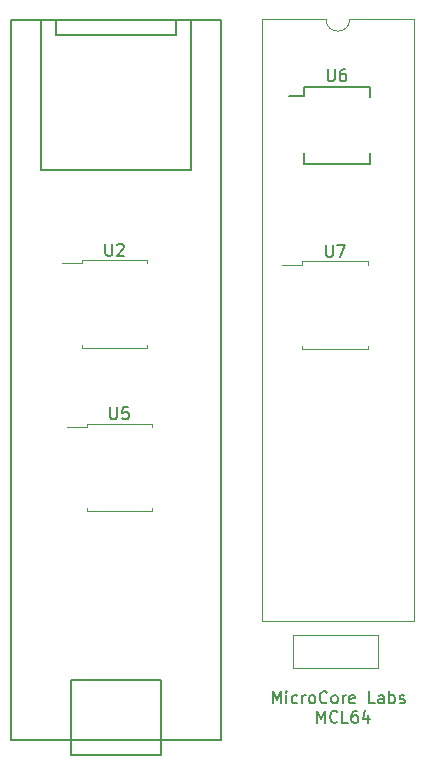
<source format=gbr>
G04 #@! TF.GenerationSoftware,KiCad,Pcbnew,(5.1.8)-1*
G04 #@! TF.CreationDate,2021-03-17T09:54:22-07:00*
G04 #@! TF.ProjectId,MCL64,4d434c36-342e-46b6-9963-61645f706362,rev?*
G04 #@! TF.SameCoordinates,Original*
G04 #@! TF.FileFunction,Legend,Top*
G04 #@! TF.FilePolarity,Positive*
%FSLAX46Y46*%
G04 Gerber Fmt 4.6, Leading zero omitted, Abs format (unit mm)*
G04 Created by KiCad (PCBNEW (5.1.8)-1) date 2021-03-17 09:54:22*
%MOMM*%
%LPD*%
G01*
G04 APERTURE LIST*
%ADD10C,0.150000*%
%ADD11C,0.120000*%
G04 APERTURE END LIST*
D10*
X110756440Y-140803120D02*
X110756440Y-139803120D01*
X111089774Y-140517406D01*
X111423107Y-139803120D01*
X111423107Y-140803120D01*
X111899298Y-140803120D02*
X111899298Y-140136454D01*
X111899298Y-139803120D02*
X111851679Y-139850740D01*
X111899298Y-139898359D01*
X111946917Y-139850740D01*
X111899298Y-139803120D01*
X111899298Y-139898359D01*
X112804060Y-140755501D02*
X112708821Y-140803120D01*
X112518345Y-140803120D01*
X112423107Y-140755501D01*
X112375488Y-140707882D01*
X112327869Y-140612644D01*
X112327869Y-140326930D01*
X112375488Y-140231692D01*
X112423107Y-140184073D01*
X112518345Y-140136454D01*
X112708821Y-140136454D01*
X112804060Y-140184073D01*
X113232631Y-140803120D02*
X113232631Y-140136454D01*
X113232631Y-140326930D02*
X113280250Y-140231692D01*
X113327869Y-140184073D01*
X113423107Y-140136454D01*
X113518345Y-140136454D01*
X113994536Y-140803120D02*
X113899298Y-140755501D01*
X113851679Y-140707882D01*
X113804060Y-140612644D01*
X113804060Y-140326930D01*
X113851679Y-140231692D01*
X113899298Y-140184073D01*
X113994536Y-140136454D01*
X114137393Y-140136454D01*
X114232631Y-140184073D01*
X114280250Y-140231692D01*
X114327869Y-140326930D01*
X114327869Y-140612644D01*
X114280250Y-140707882D01*
X114232631Y-140755501D01*
X114137393Y-140803120D01*
X113994536Y-140803120D01*
X115327869Y-140707882D02*
X115280250Y-140755501D01*
X115137393Y-140803120D01*
X115042155Y-140803120D01*
X114899298Y-140755501D01*
X114804060Y-140660263D01*
X114756440Y-140565025D01*
X114708821Y-140374549D01*
X114708821Y-140231692D01*
X114756440Y-140041216D01*
X114804060Y-139945978D01*
X114899298Y-139850740D01*
X115042155Y-139803120D01*
X115137393Y-139803120D01*
X115280250Y-139850740D01*
X115327869Y-139898359D01*
X115899298Y-140803120D02*
X115804060Y-140755501D01*
X115756440Y-140707882D01*
X115708821Y-140612644D01*
X115708821Y-140326930D01*
X115756440Y-140231692D01*
X115804060Y-140184073D01*
X115899298Y-140136454D01*
X116042155Y-140136454D01*
X116137393Y-140184073D01*
X116185012Y-140231692D01*
X116232631Y-140326930D01*
X116232631Y-140612644D01*
X116185012Y-140707882D01*
X116137393Y-140755501D01*
X116042155Y-140803120D01*
X115899298Y-140803120D01*
X116661202Y-140803120D02*
X116661202Y-140136454D01*
X116661202Y-140326930D02*
X116708821Y-140231692D01*
X116756440Y-140184073D01*
X116851679Y-140136454D01*
X116946917Y-140136454D01*
X117661202Y-140755501D02*
X117565964Y-140803120D01*
X117375488Y-140803120D01*
X117280250Y-140755501D01*
X117232631Y-140660263D01*
X117232631Y-140279311D01*
X117280250Y-140184073D01*
X117375488Y-140136454D01*
X117565964Y-140136454D01*
X117661202Y-140184073D01*
X117708821Y-140279311D01*
X117708821Y-140374549D01*
X117232631Y-140469787D01*
X119375488Y-140803120D02*
X118899298Y-140803120D01*
X118899298Y-139803120D01*
X120137393Y-140803120D02*
X120137393Y-140279311D01*
X120089774Y-140184073D01*
X119994536Y-140136454D01*
X119804060Y-140136454D01*
X119708821Y-140184073D01*
X120137393Y-140755501D02*
X120042155Y-140803120D01*
X119804060Y-140803120D01*
X119708821Y-140755501D01*
X119661202Y-140660263D01*
X119661202Y-140565025D01*
X119708821Y-140469787D01*
X119804060Y-140422168D01*
X120042155Y-140422168D01*
X120137393Y-140374549D01*
X120613583Y-140803120D02*
X120613583Y-139803120D01*
X120613583Y-140184073D02*
X120708821Y-140136454D01*
X120899298Y-140136454D01*
X120994536Y-140184073D01*
X121042155Y-140231692D01*
X121089774Y-140326930D01*
X121089774Y-140612644D01*
X121042155Y-140707882D01*
X120994536Y-140755501D01*
X120899298Y-140803120D01*
X120708821Y-140803120D01*
X120613583Y-140755501D01*
X121470726Y-140755501D02*
X121565964Y-140803120D01*
X121756440Y-140803120D01*
X121851679Y-140755501D01*
X121899298Y-140660263D01*
X121899298Y-140612644D01*
X121851679Y-140517406D01*
X121756440Y-140469787D01*
X121613583Y-140469787D01*
X121518345Y-140422168D01*
X121470726Y-140326930D01*
X121470726Y-140279311D01*
X121518345Y-140184073D01*
X121613583Y-140136454D01*
X121756440Y-140136454D01*
X121851679Y-140184073D01*
X114494536Y-142453120D02*
X114494536Y-141453120D01*
X114827869Y-142167406D01*
X115161202Y-141453120D01*
X115161202Y-142453120D01*
X116208821Y-142357882D02*
X116161202Y-142405501D01*
X116018345Y-142453120D01*
X115923107Y-142453120D01*
X115780250Y-142405501D01*
X115685012Y-142310263D01*
X115637393Y-142215025D01*
X115589774Y-142024549D01*
X115589774Y-141881692D01*
X115637393Y-141691216D01*
X115685012Y-141595978D01*
X115780250Y-141500740D01*
X115923107Y-141453120D01*
X116018345Y-141453120D01*
X116161202Y-141500740D01*
X116208821Y-141548359D01*
X117113583Y-142453120D02*
X116637393Y-142453120D01*
X116637393Y-141453120D01*
X117875488Y-141453120D02*
X117685012Y-141453120D01*
X117589774Y-141500740D01*
X117542155Y-141548359D01*
X117446917Y-141691216D01*
X117399298Y-141881692D01*
X117399298Y-142262644D01*
X117446917Y-142357882D01*
X117494536Y-142405501D01*
X117589774Y-142453120D01*
X117780250Y-142453120D01*
X117875488Y-142405501D01*
X117923107Y-142357882D01*
X117970726Y-142262644D01*
X117970726Y-142024549D01*
X117923107Y-141929311D01*
X117875488Y-141881692D01*
X117780250Y-141834073D01*
X117589774Y-141834073D01*
X117494536Y-141881692D01*
X117446917Y-141929311D01*
X117399298Y-142024549D01*
X118827869Y-141786454D02*
X118827869Y-142453120D01*
X118589774Y-141405501D02*
X118351679Y-142119787D01*
X118970726Y-142119787D01*
D11*
X119652920Y-135040700D02*
X119652920Y-137780700D01*
X112412920Y-135040700D02*
X112412920Y-137780700D01*
X112412920Y-137780700D02*
X119652920Y-137780700D01*
X112412920Y-135040700D02*
X119652920Y-135040700D01*
D10*
X106357420Y-143888460D02*
X88577420Y-143888460D01*
X106357420Y-82928460D02*
X106357420Y-143888460D01*
X88577420Y-82928460D02*
X106357420Y-82928460D01*
X88577420Y-143888460D02*
X88577420Y-82928460D01*
X101277420Y-138808460D02*
X101277420Y-143888460D01*
X93657420Y-138808460D02*
X93657420Y-143888460D01*
X101277420Y-138808460D02*
X93657420Y-138808460D01*
X93657420Y-145158460D02*
X93657420Y-143888460D01*
X101277420Y-145158460D02*
X93657420Y-145158460D01*
X101277420Y-143888460D02*
X101277420Y-145158460D01*
X91117420Y-82928460D02*
X91117420Y-95628460D01*
X91117420Y-95628460D02*
X103817420Y-95628460D01*
X103817420Y-95628460D02*
X103817420Y-82928460D01*
X92387420Y-82928460D02*
X92387420Y-84198460D01*
X92387420Y-84198460D02*
X102547420Y-84198460D01*
X102547420Y-84198460D02*
X102547420Y-82928460D01*
D11*
X113251960Y-103671720D02*
X111561960Y-103671720D01*
X113251960Y-103396720D02*
X113251960Y-103671720D01*
X116011960Y-103396720D02*
X113251960Y-103396720D01*
X118771960Y-103396720D02*
X118771960Y-103671720D01*
X116011960Y-103396720D02*
X118771960Y-103396720D01*
X113251960Y-110816720D02*
X113251960Y-110541720D01*
X116011960Y-110816720D02*
X113251960Y-110816720D01*
X118771960Y-110816720D02*
X118771960Y-110541720D01*
X116011960Y-110816720D02*
X118771960Y-110816720D01*
D10*
X113389360Y-89404420D02*
X112114360Y-89404420D01*
X113389360Y-95154420D02*
X118939360Y-95154420D01*
X113389360Y-88604420D02*
X118939360Y-88604420D01*
X113389360Y-95154420D02*
X113389360Y-94254420D01*
X118939360Y-95154420D02*
X118939360Y-94254420D01*
X118939360Y-88604420D02*
X118939360Y-89504420D01*
X113389360Y-88604420D02*
X113389360Y-89404420D01*
D11*
X94981740Y-117423280D02*
X93291740Y-117423280D01*
X94981740Y-117148280D02*
X94981740Y-117423280D01*
X97741740Y-117148280D02*
X94981740Y-117148280D01*
X100501740Y-117148280D02*
X100501740Y-117423280D01*
X97741740Y-117148280D02*
X100501740Y-117148280D01*
X94981740Y-124568280D02*
X94981740Y-124293280D01*
X97741740Y-124568280D02*
X94981740Y-124568280D01*
X100501740Y-124568280D02*
X100501740Y-124293280D01*
X97741740Y-124568280D02*
X100501740Y-124568280D01*
X94575340Y-103567580D02*
X92885340Y-103567580D01*
X94575340Y-103292580D02*
X94575340Y-103567580D01*
X97335340Y-103292580D02*
X94575340Y-103292580D01*
X100095340Y-103292580D02*
X100095340Y-103567580D01*
X97335340Y-103292580D02*
X100095340Y-103292580D01*
X94575340Y-110712580D02*
X94575340Y-110437580D01*
X97335340Y-110712580D02*
X94575340Y-110712580D01*
X100095340Y-110712580D02*
X100095340Y-110437580D01*
X97335340Y-110712580D02*
X100095340Y-110712580D01*
X115253260Y-82896400D02*
X109793260Y-82896400D01*
X109793260Y-82896400D02*
X109793260Y-133816400D01*
X109793260Y-133816400D02*
X122713260Y-133816400D01*
X122713260Y-133816400D02*
X122713260Y-82896400D01*
X122713260Y-82896400D02*
X117253260Y-82896400D01*
X117253260Y-82896400D02*
G75*
G02*
X115253260Y-82896400I-1000000J0D01*
G01*
D10*
X115250055Y-102009100D02*
X115250055Y-102818624D01*
X115297674Y-102913862D01*
X115345293Y-102961481D01*
X115440531Y-103009100D01*
X115631007Y-103009100D01*
X115726245Y-102961481D01*
X115773864Y-102913862D01*
X115821483Y-102818624D01*
X115821483Y-102009100D01*
X116202436Y-102009100D02*
X116869102Y-102009100D01*
X116440531Y-103009100D01*
X115402455Y-87131800D02*
X115402455Y-87941324D01*
X115450074Y-88036562D01*
X115497693Y-88084181D01*
X115592931Y-88131800D01*
X115783407Y-88131800D01*
X115878645Y-88084181D01*
X115926264Y-88036562D01*
X115973883Y-87941324D01*
X115973883Y-87131800D01*
X116878645Y-87131800D02*
X116688169Y-87131800D01*
X116592931Y-87179420D01*
X116545312Y-87227039D01*
X116450074Y-87369896D01*
X116402455Y-87560372D01*
X116402455Y-87941324D01*
X116450074Y-88036562D01*
X116497693Y-88084181D01*
X116592931Y-88131800D01*
X116783407Y-88131800D01*
X116878645Y-88084181D01*
X116926264Y-88036562D01*
X116973883Y-87941324D01*
X116973883Y-87703229D01*
X116926264Y-87607991D01*
X116878645Y-87560372D01*
X116783407Y-87512753D01*
X116592931Y-87512753D01*
X116497693Y-87560372D01*
X116450074Y-87607991D01*
X116402455Y-87703229D01*
X96979835Y-115760660D02*
X96979835Y-116570184D01*
X97027454Y-116665422D01*
X97075073Y-116713041D01*
X97170311Y-116760660D01*
X97360787Y-116760660D01*
X97456025Y-116713041D01*
X97503644Y-116665422D01*
X97551263Y-116570184D01*
X97551263Y-115760660D01*
X98503644Y-115760660D02*
X98027454Y-115760660D01*
X97979835Y-116236851D01*
X98027454Y-116189232D01*
X98122692Y-116141613D01*
X98360787Y-116141613D01*
X98456025Y-116189232D01*
X98503644Y-116236851D01*
X98551263Y-116332089D01*
X98551263Y-116570184D01*
X98503644Y-116665422D01*
X98456025Y-116713041D01*
X98360787Y-116760660D01*
X98122692Y-116760660D01*
X98027454Y-116713041D01*
X97979835Y-116665422D01*
X96573435Y-101904960D02*
X96573435Y-102714484D01*
X96621054Y-102809722D01*
X96668673Y-102857341D01*
X96763911Y-102904960D01*
X96954387Y-102904960D01*
X97049625Y-102857341D01*
X97097244Y-102809722D01*
X97144863Y-102714484D01*
X97144863Y-101904960D01*
X97573435Y-102000199D02*
X97621054Y-101952580D01*
X97716292Y-101904960D01*
X97954387Y-101904960D01*
X98049625Y-101952580D01*
X98097244Y-102000199D01*
X98144863Y-102095437D01*
X98144863Y-102190675D01*
X98097244Y-102333532D01*
X97525816Y-102904960D01*
X98144863Y-102904960D01*
M02*

</source>
